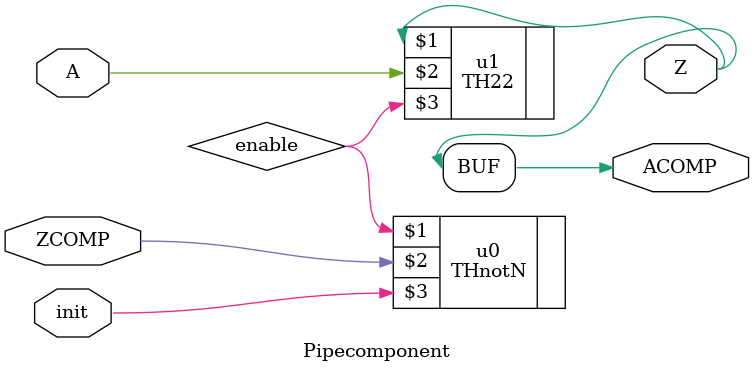
<source format=v>

`timescale 10ps / 1ps

module pipeline1;

wire  A, B, C, D, E;
wire ACOMP, BCOMP, CCOMP, DCOMP, ECOMP;
reg init = 0;
  /* Make an init that pulses once. */
 initial begin
     # 0 init = 1;
     # 20 init = 0;
     # 1000 $stop;
  end
initial
 begin
    $dumpfile("pipeline1.vcd");
    $dumpvars(0,pipeline1);
 end

///// Testbench
/////////////////////////////
///// Circuit Under Test

THnotN  A0(A, ACOMP, init); // auto produce A input

// 4 stage pipeline
Pipecomponent u1(B, BCOMP, A, ACOMP, init);
Pipecomponent u2(C, CCOMP, B, BCOMP, init);
Pipecomponent u3(D, DCOMP, C, CCOMP, init);
Pipecomponent u4(E, ECOMP, D, DCOMP, init);

assign ECOMP = E;  // auto consume E output
endmodule

module Pipecomponent(output Z, input ZCOMP, input A, output ACOMP, input init);
wire  enable;
THnotN  u0(enable, ZCOMP, init);
TH22  u1(Z, A, enable);
assign ACOMP = Z;
endmodule

</source>
